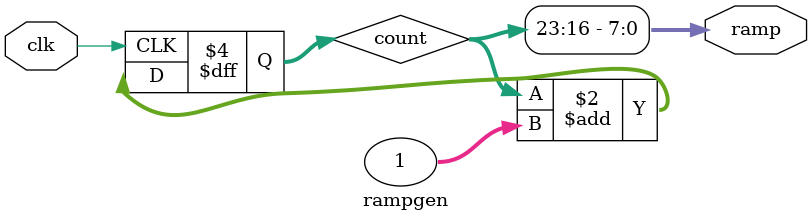
<source format=v>
`timescale 1ns / 1ps
module rampgen(clk,ramp);

output [7:0] ramp;
reg [31:0] count;
input clk;

initial count = 0;

always@(posedge clk)
	begin 

	count= count+1;
   end
	assign ramp = count [23:16];

endmodule

</source>
